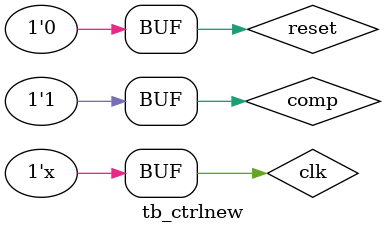
<source format=v>
`timescale 1ns / 1ps


module tb_ctrlnew(
    );
    
    wire [3:0] i;
    wire stop;
    wire [1:0] state;
    wire [4:0] counter;
    
    reg reset,comp,clk;
    
    ctrlnew_test uut(i,stop,state,counter,reset,comp,clk);
    
    initial
    begin
        clk=0;
        reset=0;
        comp=0;
    end
    
    always
        #10 clk=~clk;
        
    initial
    begin
        #16 reset=1;
        #20 reset=0;comp=1;
        #50 comp=0;
        #50 comp=1;
        #50 comp=0;
        #50 comp=1;
        #50 comp=0;
        #50 comp=1;
        #50 comp=0;
        #50 comp=1;
        #50 comp=0;
        #50 comp=1;
        #50 comp=0;
        #50 comp=1;
        #50 comp=0;
        #50 comp=1;
        #50 comp=0;
        #50 comp=1;
        #50 comp=0;
        #50 comp=1;
    end
endmodule

</source>
